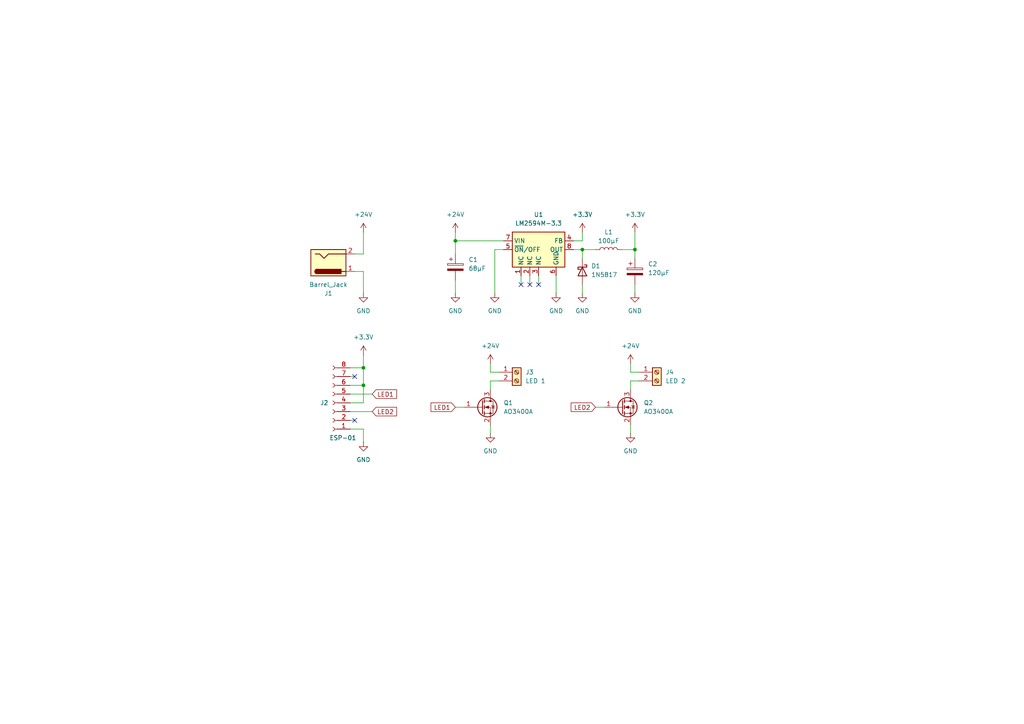
<source format=kicad_sch>
(kicad_sch (version 20231120) (generator "eeschema") (generator_version "8.0")
  (paper "A4")
  (lib_symbols
    (symbol "Connector:Barrel_Jack" (pin_names (offset 1.016))
      (property "Reference" "J" (at 0 5.334 0))
      (property "Value" "Barrel_Jack" (at 0 -5.08 0))
      (symbol "Barrel_Jack_0_1"
        (rectangle (start -5.08 3.81) (end 5.08 -3.81) (stroke (width 0.254)) (fill (type background)))
        (arc (start -3.302 3.175) (mid -3.9343 2.54) (end -3.302 1.905) (stroke (width 0.254)))
        (arc (start -3.302 3.175) (mid -3.9343 2.54) (end -3.302 1.905) (stroke (width 0.254)) (fill (type outline)))
        (polyline (pts (xy 5.08 2.54) (xy 3.81 2.54)) (stroke (width 0.254)))
        (polyline (pts (xy -3.81 -2.54) (xy -2.54 -2.54) (xy -1.27 -1.27) (xy 0 -2.54) (xy 2.54 -2.54) (xy 5.08 -2.54)) (stroke (width 0.254)))
        (rectangle (start 3.683 3.175) (end -3.302 1.905) (stroke (width 0.254)) (fill (type outline)))
      )
      (symbol "Barrel_Jack_1_1"
        (pin passive line (at 7.62 2.54 180) (length 2.54) (name "~") (number "1"))
        (pin passive line (at 7.62 -2.54 180) (length 2.54) (name "~") (number "2"))
      )
    )
    (symbol "Connector:Conn_01x08_Socket" (pin_names (offset 1.016) hide)
      (property "Reference" "J" (at 0 10.16 0))
      (property "Value" "Conn_01x08_Socket" (at 0 -12.7 0))
      (symbol "Conn_01x08_Socket_1_1"
        (arc (start 0 -9.652) (mid -0.5058 -10.16) (end 0 -10.668) (stroke (width 0.1524)))
        (arc (start 0 -7.112) (mid -0.5058 -7.62) (end 0 -8.128) (stroke (width 0.1524)))
        (arc (start 0 -4.572) (mid -0.5058 -5.08) (end 0 -5.588) (stroke (width 0.1524)))
        (arc (start 0 -2.032) (mid -0.5058 -2.54) (end 0 -3.048) (stroke (width 0.1524)))
        (polyline (pts (xy -1.27 -10.16) (xy -0.508 -10.16)) (stroke (width 0.1524)))
        (polyline (pts (xy -1.27 -7.62) (xy -0.508 -7.62)) (stroke (width 0.1524)))
        (polyline (pts (xy -1.27 -5.08) (xy -0.508 -5.08)) (stroke (width 0.1524)))
        (polyline (pts (xy -1.27 -2.54) (xy -0.508 -2.54)) (stroke (width 0.1524)))
        (polyline (pts (xy -1.27 0) (xy -0.508 0)) (stroke (width 0.1524)))
        (polyline (pts (xy -1.27 2.54) (xy -0.508 2.54)) (stroke (width 0.1524)))
        (polyline (pts (xy -1.27 5.08) (xy -0.508 5.08)) (stroke (width 0.1524)))
        (polyline (pts (xy -1.27 7.62) (xy -0.508 7.62)) (stroke (width 0.1524)))
        (arc (start 0 0.508) (mid -0.5058 0) (end 0 -0.508) (stroke (width 0.1524)))
        (arc (start 0 3.048) (mid -0.5058 2.54) (end 0 2.032) (stroke (width 0.1524)))
        (arc (start 0 5.588) (mid -0.5058 5.08) (end 0 4.572) (stroke (width 0.1524)))
        (arc (start 0 8.128) (mid -0.5058 7.62) (end 0 7.112) (stroke (width 0.1524)))
        (pin passive line (at -5.08 7.62 0) (length 3.81) (name "Pin_1") (number "1"))
        (pin passive line (at -5.08 5.08 0) (length 3.81) (name "Pin_2") (number "2"))
        (pin passive line (at -5.08 2.54 0) (length 3.81) (name "Pin_3") (number "3"))
        (pin passive line (at -5.08 0 0) (length 3.81) (name "Pin_4") (number "4"))
        (pin passive line (at -5.08 -2.54 0) (length 3.81) (name "Pin_5") (number "5"))
        (pin passive line (at -5.08 -5.08 0) (length 3.81) (name "Pin_6") (number "6"))
        (pin passive line (at -5.08 -7.62 0) (length 3.81) (name "Pin_7") (number "7"))
        (pin passive line (at -5.08 -10.16 0) (length 3.81) (name "Pin_8") (number "8"))
      )
    )
    (symbol "Connector:Screw_Terminal_01x02" (pin_names (offset 1.016) hide)
      (property "Reference" "J" (at 0 2.54 0))
      (property "Value" "Screw_Terminal_01x02" (at 0 -5.08 0))
      (symbol "Screw_Terminal_01x02_1_1"
        (rectangle (start -1.27 1.27) (end 1.27 -3.81) (stroke (width 0.254)) (fill (type background)))
        (circle (center 0 -2.54) (radius 0.635) (stroke (width 0.1524)))
        (polyline (pts (xy -0.5334 -2.2098) (xy 0.3302 -3.048)) (stroke (width 0.1524)))
        (polyline (pts (xy -0.5334 0.3302) (xy 0.3302 -0.508)) (stroke (width 0.1524)))
        (polyline (pts (xy -0.3556 -2.032) (xy 0.508 -2.8702)) (stroke (width 0.1524)))
        (polyline (pts (xy -0.3556 0.508) (xy 0.508 -0.3302)) (stroke (width 0.1524)))
        (circle (center 0 0) (radius 0.635) (stroke (width 0.1524)))
        (pin passive line (at -5.08 0 0) (length 3.81) (name "Pin_1") (number "1"))
        (pin passive line (at -5.08 -2.54 0) (length 3.81) (name "Pin_2") (number "2"))
      )
    )
    (symbol "Device:C_Polarized" (pin_numbers hide) (pin_names (offset 0.254))
      (property "Reference" "C" (at 0.635 2.54 0))
      (property "Value" "C_Polarized" (at 0.635 -2.54 0))
      (symbol "C_Polarized_0_1"
        (rectangle (start -2.286 0.508) (end 2.286 1.016))
        (polyline (pts (xy -1.778 2.286) (xy -0.762 2.286)))
        (polyline (pts (xy -1.27 2.794) (xy -1.27 1.778)))
        (rectangle (start 2.286 -0.508) (end -2.286 -1.016) (fill (type outline)))
      )
      (symbol "C_Polarized_1_1"
        (pin passive line (at 0 3.81 270) (length 2.794) (name "~") (number "1"))
        (pin passive line (at 0 -3.81 90) (length 2.794) (name "~") (number "2"))
      )
    )
    (symbol "Device:L" (pin_numbers hide) (pin_names (offset 1.016) hide)
      (property "Reference" "L" (at -1.27 0 90))
      (property "Value" "L" (at 1.905 0 90))
      (symbol "L_0_1"
        (arc (start 0 -2.54) (mid 0.6323 -1.905) (end 0 -1.27))
        (arc (start 0 -1.27) (mid 0.6323 -0.635) (end 0 0))
        (arc (start 0 0) (mid 0.6323 0.635) (end 0 1.27))
        (arc (start 0 1.27) (mid 0.6323 1.905) (end 0 2.54))
      )
      (symbol "L_1_1"
        (pin passive line (at 0 3.81 270) (length 1.27) (name "1") (number "1"))
        (pin passive line (at 0 -3.81 90) (length 1.27) (name "2") (number "2"))
      )
    )
    (symbol "Diode:1N5817" (pin_numbers hide) (pin_names (offset 1.016) hide)
      (property "Reference" "D" (at 0 2.54 0))
      (property "Value" "1N5817" (at 0 -2.54 0))
      (symbol "1N5817_0_1"
        (polyline (pts (xy 1.27 0) (xy -1.27 0)))
        (polyline (pts (xy 1.27 1.27) (xy 1.27 -1.27) (xy -1.27 0) (xy 1.27 1.27)) (stroke (width 0.254)))
        (polyline (pts (xy -1.905 0.635) (xy -1.905 1.27) (xy -1.27 1.27) (xy -1.27 -1.27) (xy -0.635 -1.27) (xy -0.635 -0.635)) (stroke (width 0.254)))
      )
      (symbol "1N5817_1_1"
        (pin passive line (at -3.81 0 0) (length 2.54) (name "K") (number "1"))
        (pin passive line (at 3.81 0 180) (length 2.54) (name "A") (number "2"))
      )
    )
    (symbol "Regulator_Switching:LM2594M-3.3"
      (property "Reference" "U" (at -7.62 6.35 0))
      (property "Value" "LM2594M-3.3" (at 0 6.35 0))
      (symbol "LM2594M-3.3_0_1"
        (rectangle (start -7.62 5.08) (end 7.62 -5.08) (stroke (width 0.254)) (fill (type background)))
      )
      (symbol "LM2594M-3.3_1_1"
        (pin passive line (at -5.08 -7.62 90) (length 2.54) (name "NC") (number "1"))
        (pin passive line (at -2.54 -7.62 90) (length 2.54) (name "NC") (number "2"))
        (pin passive line (at 0 -7.62 90) (length 2.54) (name "NC") (number "3"))
        (pin input line (at 10.16 2.54 180) (length 2.54) (name "FB") (number "4"))
        (pin input line (at -10.16 0 0) (length 2.54) (name "~{ON}/OFF") (number "5"))
        (pin power_in line (at 5.08 -7.62 90) (length 2.54) (name "GND") (number "6"))
        (pin power_in line (at -10.16 2.54 0) (length 2.54) (name "VIN") (number "7"))
        (pin output line (at 10.16 0 180) (length 2.54) (name "OUT") (number "8"))
      )
    )
    (symbol "Transistor_FET:AO3400A" (pin_names hide)
      (property "Reference" "Q" (at 5.08 1.905 0))
      (property "Value" "AO3400A" (at 5.08 0 0))
      (symbol "AO3400A_0_1"
        (polyline (pts (xy 0.254 0) (xy -2.54 0)))
        (polyline (pts (xy 0.254 1.905) (xy 0.254 -1.905)) (stroke (width 0.254)))
        (polyline (pts (xy 0.762 -1.27) (xy 0.762 -2.286)) (stroke (width 0.254)))
        (polyline (pts (xy 0.762 0.508) (xy 0.762 -0.508)) (stroke (width 0.254)))
        (polyline (pts (xy 0.762 2.286) (xy 0.762 1.27)) (stroke (width 0.254)))
        (polyline (pts (xy 2.54 2.54) (xy 2.54 1.778)))
        (polyline (pts (xy 2.54 -2.54) (xy 2.54 0) (xy 0.762 0)))
        (polyline (pts (xy 0.762 -1.778) (xy 3.302 -1.778) (xy 3.302 1.778) (xy 0.762 1.778)))
        (polyline (pts (xy 1.016 0) (xy 2.032 0.381) (xy 2.032 -0.381) (xy 1.016 0)) (fill (type outline)))
        (polyline (pts (xy 2.794 0.508) (xy 2.921 0.381) (xy 3.683 0.381) (xy 3.81 0.254)))
        (polyline (pts (xy 3.302 0.381) (xy 2.921 -0.254) (xy 3.683 -0.254) (xy 3.302 0.381)))
        (circle (center 1.651 0) (radius 2.794) (stroke (width 0.254)))
        (circle (center 2.54 -1.778) (radius 0.254) (fill (type outline)))
        (circle (center 2.54 1.778) (radius 0.254) (fill (type outline)))
      )
      (symbol "AO3400A_1_1"
        (pin input line (at -5.08 0 0) (length 2.54) (name "G") (number "1"))
        (pin passive line (at 2.54 -5.08 90) (length 2.54) (name "S") (number "2"))
        (pin passive line (at 2.54 5.08 270) (length 2.54) (name "D") (number "3"))
      )
    )
    (symbol "power:+24V" (power) (pin_numbers hide) (pin_names (offset 0) hide)
      (property "Value" "+24V" (at 0 3.556 0))
      (symbol "+24V_0_1"
        (polyline (pts (xy -0.762 1.27) (xy 0 2.54)))
        (polyline (pts (xy 0 0) (xy 0 2.54)))
        (polyline (pts (xy 0 2.54) (xy 0.762 1.27)))
      )
      (symbol "+24V_1_1"
        (pin power_in line (at 0 0 90) (length 0) (name "~") (number "1"))
      )
    )
    (symbol "power:+3.3V" (power) (pin_numbers hide) (pin_names (offset 0) hide)
      (property "Value" "+3.3V" (at 0 3.556 0))
      (symbol "+3.3V_0_1"
        (polyline (pts (xy -0.762 1.27) (xy 0 2.54)))
        (polyline (pts (xy 0 0) (xy 0 2.54)))
        (polyline (pts (xy 0 2.54) (xy 0.762 1.27)))
      )
      (symbol "+3.3V_1_1"
        (pin power_in line (at 0 0 90) (length 0) (name "~") (number "1"))
      )
    )
    (symbol "power:GND" (power) (pin_numbers hide) (pin_names (offset 0) hide)
      (property "Value" "GND" (at 0 -3.81 0))
      (symbol "GND_0_1"
        (polyline (pts (xy 0 0) (xy 0 -1.27) (xy 1.27 -1.27) (xy 0 -2.54) (xy -1.27 -1.27) (xy 0 -1.27)))
      )
      (symbol "GND_1_1"
        (pin power_in line (at 0 0 270) (length 0) (name "~") (number "1"))
      )
    )
  )
  (junction (at 105.41 106.68))
  (junction (at 105.41 111.76))
  (junction (at 184.15 72.39))
  (junction (at 168.91 72.39))
  (junction (at 132.08 69.85))
  (no_connect (at 153.67 82.55))
  (no_connect (at 102.87 109.22))
  (no_connect (at 151.13 82.55))
  (no_connect (at 102.87 121.92))
  (no_connect (at 156.21 82.55))
  (wire (pts (xy 168.91 67.31) (xy 168.91 69.85)))
  (wire (pts (xy 142.24 110.49) (xy 142.24 113.03)))
  (wire (pts (xy 142.24 105.41) (xy 142.24 107.95)))
  (wire (pts (xy 105.41 78.74) (xy 105.41 85.09)))
  (wire (pts (xy 153.67 82.55) (xy 153.67 80.01)))
  (wire (pts (xy 102.87 78.74) (xy 105.41 78.74)))
  (wire (pts (xy 132.08 81.28) (xy 132.08 85.09)))
  (wire (pts (xy 184.15 72.39) (xy 184.15 67.31)))
  (wire (pts (xy 144.78 110.49) (xy 142.24 110.49)))
  (wire (pts (xy 143.51 72.39) (xy 143.51 85.09)))
  (wire (pts (xy 168.91 72.39) (xy 172.72 72.39)))
  (wire (pts (xy 105.41 124.46) (xy 105.41 128.27)))
  (wire (pts (xy 161.29 80.01) (xy 161.29 85.09)))
  (wire (pts (xy 101.6 116.84) (xy 105.41 116.84)))
  (wire (pts (xy 107.95 114.3) (xy 101.6 114.3)))
  (wire (pts (xy 105.41 106.68) (xy 105.41 102.87)))
  (wire (pts (xy 146.05 72.39) (xy 143.51 72.39)))
  (wire (pts (xy 132.08 69.85) (xy 146.05 69.85)))
  (wire (pts (xy 151.13 82.55) (xy 151.13 80.01)))
  (wire (pts (xy 132.08 118.11) (xy 134.62 118.11)))
  (wire (pts (xy 101.6 111.76) (xy 105.41 111.76)))
  (wire (pts (xy 156.21 82.55) (xy 156.21 80.01)))
  (wire (pts (xy 168.91 82.55) (xy 168.91 85.09)))
  (wire (pts (xy 182.88 123.19) (xy 182.88 125.73)))
  (wire (pts (xy 185.42 110.49) (xy 182.88 110.49)))
  (wire (pts (xy 182.88 105.41) (xy 182.88 107.95)))
  (wire (pts (xy 107.95 119.38) (xy 101.6 119.38)))
  (wire (pts (xy 105.41 116.84) (xy 105.41 111.76)))
  (wire (pts (xy 132.08 67.31) (xy 132.08 69.85)))
  (wire (pts (xy 105.41 73.66) (xy 105.41 67.31)))
  (wire (pts (xy 172.72 118.11) (xy 175.26 118.11)))
  (wire (pts (xy 182.88 107.95) (xy 185.42 107.95)))
  (wire (pts (xy 142.24 123.19) (xy 142.24 125.73)))
  (wire (pts (xy 105.41 111.76) (xy 105.41 106.68)))
  (wire (pts (xy 182.88 110.49) (xy 182.88 113.03)))
  (wire (pts (xy 184.15 72.39) (xy 184.15 74.93)))
  (wire (pts (xy 168.91 69.85) (xy 166.37 69.85)))
  (wire (pts (xy 166.37 72.39) (xy 168.91 72.39)))
  (wire (pts (xy 168.91 72.39) (xy 168.91 74.93)))
  (wire (pts (xy 180.34 72.39) (xy 184.15 72.39)))
  (wire (pts (xy 102.87 73.66) (xy 105.41 73.66)))
  (wire (pts (xy 132.08 73.66) (xy 132.08 69.85)))
  (wire (pts (xy 101.6 106.68) (xy 105.41 106.68)))
  (wire (pts (xy 184.15 82.55) (xy 184.15 85.09)))
  (wire (pts (xy 102.87 121.92) (xy 101.6 121.92)))
  (wire (pts (xy 102.87 109.22) (xy 101.6 109.22)))
  (wire (pts (xy 101.6 124.46) (xy 105.41 124.46)))
  (wire (pts (xy 142.24 107.95) (xy 144.78 107.95)))
  (global_label "LED1" (shape input) (at 132.08 118.11 180) (property "Intersheetrefs" "${INTERSHEET_REFS}" (effects (hide yes))))
  (global_label "LED1" (shape input) (at 107.95 114.3 0) (property "Intersheetrefs" "${INTERSHEET_REFS}" (effects (hide yes))))
  (global_label "LED2" (shape input) (at 107.95 119.38 0) (property "Intersheetrefs" "${INTERSHEET_REFS}" (effects (hide yes))))
  (global_label "LED2" (shape input) (at 172.72 118.11 180) (property "Intersheetrefs" "${INTERSHEET_REFS}" (effects (hide yes))))
  (symbol (lib_id "Regulator_Switching:LM2594M-3.3") (at 156.21 72.39 0) (unit 1)
    (property "Reference" "U1" (at 156.21 62.23 0))
    (property "Value" "LM2594M-3.3" (at 156.21 64.77 0))
    (property "Footprint" "Package_SO:SOIC-8_3.9x4.9mm_P1.27mm" (effects (hide yes)))
    (property "Datasheet" "http://www.ti.com/lit/ds/symlink/lm2594.pdf" (effects (hide yes)))
    (property "Description" "3.3V, 0.5A SIMPLE SWITCHER® Step-Down Voltage Regulator, Maximum VIN 45V, SOIC-8" (effects (hide yes)))
  )
  (symbol (lib_id "power:+3.3V") (at 168.91 67.31 0) (mirror y) (unit 1)
    (property "Reference" "#PWR07" (effects (hide yes)))
    (property "Value" "+3.3V" (at 168.91 62.23 0))
    (property "Description" "Power symbol creates a global label with name \"+3.3V\"" (effects (hide yes)))
  )
  (symbol (lib_id "power:+3.3V") (at 105.41 102.87 0) (mirror y) (unit 1)
    (property "Reference" "#PWR011" (effects (hide yes)))
    (property "Value" "+3.3V" (at 105.41 97.79 0))
    (property "Description" "Power symbol creates a global label with name \"+3.3V\"" (effects (hide yes)))
  )
  (symbol (lib_id "Transistor_FET:AO3400A") (at 180.34 118.11 0) (unit 1)
    (property "Reference" "Q2" (at 186.69 116.8399 0) (effects (justify left)))
    (property "Value" "AO3400A" (at 186.69 119.3799 0) (effects (justify left)))
    (property "Footprint" "Package_TO_SOT_SMD:SOT-23" (effects (hide yes)))
    (property "Datasheet" "http://www.aosmd.com/pdfs/datasheet/AO3400A.pdf" (effects (hide yes)))
    (property "Description" "30V Vds, 5.7A Id, N-Channel MOSFET, SOT-23" (effects (hide yes)))
  )
  (symbol (lib_id "power:+24V") (at 132.08 67.31 0) (mirror y) (unit 1)
    (property "Reference" "#PWR03" (effects (hide yes)))
    (property "Value" "+24V" (at 132.08 62.23 0))
    (property "Description" "Power symbol creates a global label with name \"+24V\"" (effects (hide yes)))
  )
  (symbol (lib_id "power:GND") (at 143.51 85.09 0) (mirror y) (unit 1)
    (property "Reference" "#PWR05" (effects (hide yes)))
    (property "Value" "GND" (at 143.51 90.17 0))
    (property "Description" "Power symbol creates a global label with name \"GND\" , ground" (effects (hide yes)))
  )
  (symbol (lib_id "Connector:Screw_Terminal_01x02") (at 190.5 107.95 0) (unit 1)
    (property "Reference" "J4" (at 193.04 107.9499 0) (effects (justify left)))
    (property "Value" "LED 2" (at 193.04 110.4899 0) (effects (justify left)))
    (property "Description" "Generic screw terminal, single row, 01x02, script generated (kicad-library-utils/schlib/autogen/connector/)" (effects (hide yes)))
  )
  (symbol (lib_id "power:+24V") (at 182.88 105.41 0) (mirror y) (unit 1)
    (property "Reference" "#PWR015" (effects (hide yes)))
    (property "Value" "+24V" (at 182.88 100.33 0))
    (property "Description" "Power symbol creates a global label with name \"+24V\"" (effects (hide yes)))
  )
  (symbol (lib_id "power:GND") (at 161.29 85.09 0) (mirror y) (unit 1)
    (property "Reference" "#PWR06" (effects (hide yes)))
    (property "Value" "GND" (at 161.29 90.17 0))
    (property "Description" "Power symbol creates a global label with name \"GND\" , ground" (effects (hide yes)))
  )
  (symbol (lib_id "power:+24V") (at 105.41 67.31 0) (mirror y) (unit 1)
    (property "Reference" "#PWR01" (effects (hide yes)))
    (property "Value" "+24V" (at 105.41 62.23 0))
    (property "Description" "Power symbol creates a global label with name \"+24V\"" (effects (hide yes)))
  )
  (symbol (lib_id "Device:L") (at 176.53 72.39 270) (mirror x) (unit 1)
    (property "Reference" "L1" (at 176.53 67.31 90))
    (property "Value" "100µF" (at 176.53 69.85 90))
    (property "Description" "Inductor" (effects (hide yes)))
  )
  (symbol (lib_id "power:GND") (at 182.88 125.73 0) (mirror y) (unit 1)
    (property "Reference" "#PWR016" (effects (hide yes)))
    (property "Value" "GND" (at 182.88 130.81 0))
    (property "Description" "Power symbol creates a global label with name \"GND\" , ground" (effects (hide yes)))
  )
  (symbol (lib_id "power:GND") (at 184.15 85.09 0) (mirror y) (unit 1)
    (property "Reference" "#PWR010" (effects (hide yes)))
    (property "Value" "GND" (at 184.15 90.17 0))
    (property "Description" "Power symbol creates a global label with name \"GND\" , ground" (effects (hide yes)))
  )
  (symbol (lib_id "Transistor_FET:AO3400A") (at 139.7 118.11 0) (unit 1)
    (property "Reference" "Q1" (at 146.05 116.8399 0) (effects (justify left)))
    (property "Value" "AO3400A" (at 146.05 119.3799 0) (effects (justify left)))
    (property "Footprint" "Package_TO_SOT_SMD:SOT-23" (effects (hide yes)))
    (property "Datasheet" "http://www.aosmd.com/pdfs/datasheet/AO3400A.pdf" (effects (hide yes)))
    (property "Description" "30V Vds, 5.7A Id, N-Channel MOSFET, SOT-23" (effects (hide yes)))
  )
  (symbol (lib_id "Connector:Screw_Terminal_01x02") (at 149.86 107.95 0) (unit 1)
    (property "Reference" "J3" (at 152.4 107.9499 0) (effects (justify left)))
    (property "Value" "LED 1" (at 152.4 110.4899 0) (effects (justify left)))
    (property "Description" "Generic screw terminal, single row, 01x02, script generated (kicad-library-utils/schlib/autogen/connector/)" (effects (hide yes)))
  )
  (symbol (lib_id "power:GND") (at 132.08 85.09 0) (mirror y) (unit 1)
    (property "Reference" "#PWR04" (effects (hide yes)))
    (property "Value" "GND" (at 132.08 90.17 0))
    (property "Description" "Power symbol creates a global label with name \"GND\" , ground" (effects (hide yes)))
  )
  (symbol (lib_id "Device:C_Polarized") (at 132.08 77.47 0) (unit 1)
    (property "Reference" "C1" (at 135.89 75.3109 0) (effects (justify left)))
    (property "Value" "68µF" (at 135.89 77.8509 0) (effects (justify left)))
    (property "Description" "Polarized capacitor" (effects (hide yes)))
  )
  (symbol (lib_id "power:+3.3V") (at 184.15 67.31 0) (unit 1)
    (property "Reference" "#PWR09" (effects (hide yes)))
    (property "Value" "+3.3V" (at 184.15 62.23 0))
    (property "Description" "Power symbol creates a global label with name \"+3.3V\"" (effects (hide yes)))
  )
  (symbol (lib_id "Diode:1N5817") (at 168.91 78.74 270) (unit 1)
    (property "Reference" "D1" (at 171.45 77.1524 90) (effects (justify left)))
    (property "Value" "1N5817" (at 171.45 79.6924 90) (effects (justify left)))
    (property "Footprint" "Diode_THT:D_DO-41_SOD81_P10.16mm_Horizontal" (effects (hide yes)))
    (property "Datasheet" "http://www.vishay.com/docs/88525/1n5817.pdf" (effects (hide yes)))
    (property "Description" "20V 1A Schottky Barrier Rectifier Diode, DO-41" (effects (hide yes)))
  )
  (symbol (lib_id "power:GND") (at 105.41 85.09 0) (mirror y) (unit 1)
    (property "Reference" "#PWR02" (effects (hide yes)))
    (property "Value" "GND" (at 105.41 90.17 0))
    (property "Description" "Power symbol creates a global label with name \"GND\" , ground" (effects (hide yes)))
  )
  (symbol (lib_id "power:+24V") (at 142.24 105.41 0) (mirror y) (unit 1)
    (property "Reference" "#PWR014" (effects (hide yes)))
    (property "Value" "+24V" (at 142.24 100.33 0))
    (property "Description" "Power symbol creates a global label with name \"+24V\"" (effects (hide yes)))
  )
  (symbol (lib_id "power:GND") (at 142.24 125.73 0) (mirror y) (unit 1)
    (property "Reference" "#PWR013" (effects (hide yes)))
    (property "Value" "GND" (at 142.24 130.81 0))
    (property "Description" "Power symbol creates a global label with name \"GND\" , ground" (effects (hide yes)))
  )
  (symbol (lib_id "Connector:Conn_01x08_Socket") (at 96.52 116.84 180) (unit 1)
    (property "Reference" "J2" (at 95.25 116.8401 0) (effects (justify left)))
    (property "Value" "ESP-01" (at 103.378 127 0) (effects (justify left)))
    (property "Footprint" "Connector_PinSocket_2.54mm:PinSocket_2x04_P2.54mm_Vertical" (effects (hide yes)))
    (property "Description" "Generic connector, single row, 01x08, script generated" (effects (hide yes)))
  )
  (symbol (lib_id "power:GND") (at 105.41 128.27 0) (unit 1)
    (property "Reference" "#PWR012" (effects (hide yes)))
    (property "Value" "GND" (at 105.41 133.35 0))
    (property "Description" "Power symbol creates a global label with name \"GND\" , ground" (effects (hide yes)))
  )
  (symbol (lib_id "Connector:Barrel_Jack") (at 95.25 76.2 0) (mirror x) (unit 1)
    (property "Reference" "J1" (at 95.25 85.09 0))
    (property "Value" "Barrel_Jack" (at 95.25 82.55 0))
    (property "Description" "DC Barrel Jack" (effects (hide yes)))
  )
  (symbol (lib_id "Device:C_Polarized") (at 184.15 78.74 0) (unit 1)
    (property "Reference" "C2" (at 187.96 76.5809 0) (effects (justify left)))
    (property "Value" "120µF" (at 187.96 79.1209 0) (effects (justify left)))
    (property "Description" "Polarized capacitor" (effects (hide yes)))
  )
  (symbol (lib_id "power:GND") (at 168.91 85.09 0) (mirror y) (unit 1)
    (property "Reference" "#PWR08" (effects (hide yes)))
    (property "Value" "GND" (at 168.91 90.17 0))
    (property "Description" "Power symbol creates a global label with name \"GND\" , ground" (effects (hide yes)))
  )
)
</source>
